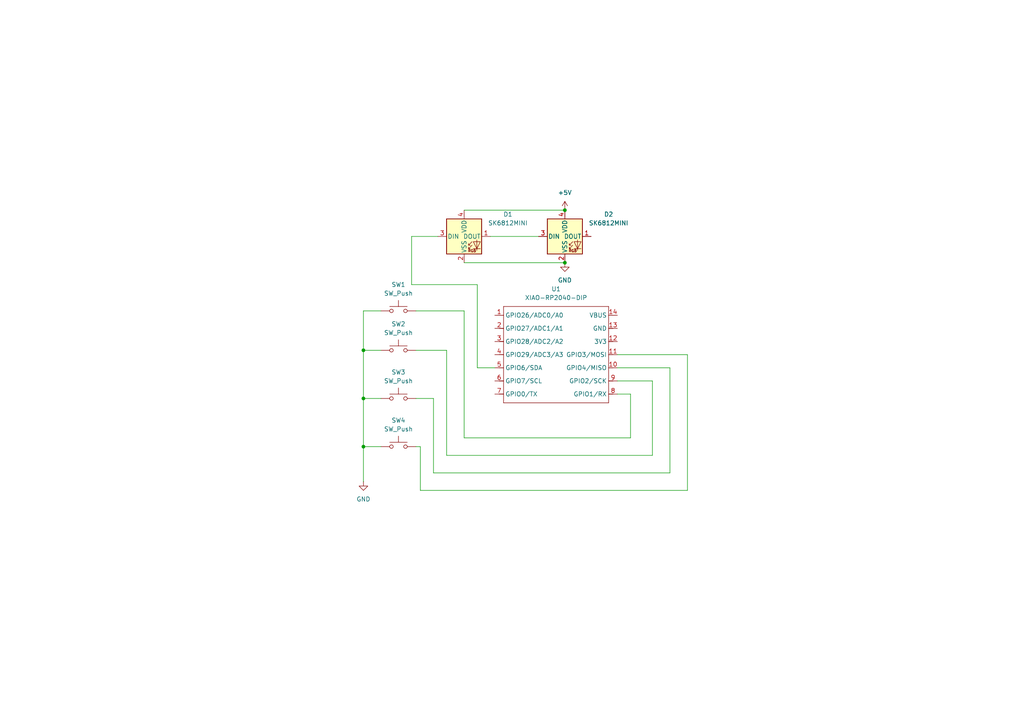
<source format=kicad_sch>
(kicad_sch (version 20250114) (generator "eeschema") (generator_version "9.0")
  (paper "A4")
  (lib_symbols
    (symbol "LED:SK6812MINI" (pin_names (offset 0.254))
      (property "Reference" "D" (at 5.08 5.715 0))
      (property "Value" "SK6812MINI" (at 1.27 -5.715 0))
      (symbol "SK6812MINI_0_0"
        (text "RGB" (at 2.286 -4.191 0) (effects (font (size 0.762 0.762))))
      )
      (symbol "SK6812MINI_0_1"
        (polyline (pts (xy 1.27 -2.54) (xy 1.778 -2.54)))
        (polyline (pts (xy 1.27 -3.556) (xy 1.778 -3.556)))
        (polyline (pts (xy 2.286 -1.524) (xy 1.27 -2.54) (xy 1.27 -2.032)))
        (polyline (pts (xy 2.286 -2.54) (xy 1.27 -3.556) (xy 1.27 -3.048)))
        (polyline (pts (xy 3.683 -1.016) (xy 3.683 -3.556) (xy 3.683 -4.064)))
        (polyline (pts (xy 4.699 -1.524) (xy 2.667 -1.524) (xy 3.683 -3.556) (xy 4.699 -1.524)))
        (polyline (pts (xy 4.699 -3.556) (xy 2.667 -3.556)))
        (rectangle (start 5.08 5.08) (end -5.08 -5.08) (stroke (width 0.254)) (fill (type background)))
      )
      (symbol "SK6812MINI_1_1"
        (pin input line (at -7.62 0 0) (length 2.54) (name "DIN") (number "3"))
        (pin power_in line (at 0 7.62 270) (length 2.54) (name "VDD") (number "4"))
        (pin power_in line (at 0 -7.62 90) (length 2.54) (name "VSS") (number "2"))
        (pin output line (at 7.62 0 180) (length 2.54) (name "DOUT") (number "1"))
      )
    )
    (symbol "OPL_:XIAO-RP2040-DIP"
      (property "Reference" "U" (at 0 0 0))
      (property "Value" "XIAO-RP2040-DIP" (at 5.334 -1.778 0))
      (symbol "XIAO-RP2040-DIP_1_0"
        (polyline (pts (xy -1.27 -2.54) (xy 29.21 -2.54)) (stroke (width 0.1524)))
        (polyline (pts (xy -1.27 -5.08) (xy -2.54 -5.08)) (stroke (width 0.1524)))
        (polyline (pts (xy -1.27 -5.08) (xy -1.27 -2.54)) (stroke (width 0.1524)))
        (polyline (pts (xy -1.27 -8.89) (xy -2.54 -8.89)) (stroke (width 0.1524)))
        (polyline (pts (xy -1.27 -8.89) (xy -1.27 -5.08)) (stroke (width 0.1524)))
        (polyline (pts (xy -1.27 -12.7) (xy -2.54 -12.7)) (stroke (width 0.1524)))
        (polyline (pts (xy -1.27 -12.7) (xy -1.27 -8.89)) (stroke (width 0.1524)))
        (polyline (pts (xy -1.27 -16.51) (xy -2.54 -16.51)) (stroke (width 0.1524)))
        (polyline (pts (xy -1.27 -16.51) (xy -1.27 -12.7)) (stroke (width 0.1524)))
        (polyline (pts (xy -1.27 -20.32) (xy -2.54 -20.32)) (stroke (width 0.1524)))
        (polyline (pts (xy -1.27 -24.13) (xy -2.54 -24.13)) (stroke (width 0.1524)))
        (polyline (pts (xy -1.27 -27.94) (xy -2.54 -27.94)) (stroke (width 0.1524)))
        (polyline (pts (xy -1.27 -30.48) (xy -1.27 -16.51)) (stroke (width 0.1524)))
        (polyline (pts (xy 29.21 -2.54) (xy 29.21 -5.08)) (stroke (width 0.1524)))
        (polyline (pts (xy 29.21 -5.08) (xy 29.21 -8.89)) (stroke (width 0.1524)))
        (polyline (pts (xy 29.21 -8.89) (xy 29.21 -12.7)) (stroke (width 0.1524)))
        (polyline (pts (xy 29.21 -12.7) (xy 29.21 -30.48)) (stroke (width 0.1524)))
        (polyline (pts (xy 29.21 -30.48) (xy -1.27 -30.48)) (stroke (width 0.1524)))
        (polyline (pts (xy 30.48 -5.08) (xy 29.21 -5.08)) (stroke (width 0.1524)))
        (polyline (pts (xy 30.48 -8.89) (xy 29.21 -8.89)) (stroke (width 0.1524)))
        (polyline (pts (xy 30.48 -12.7) (xy 29.21 -12.7)) (stroke (width 0.1524)))
        (polyline (pts (xy 30.48 -16.51) (xy 29.21 -16.51)) (stroke (width 0.1524)))
        (polyline (pts (xy 30.48 -20.32) (xy 29.21 -20.32)) (stroke (width 0.1524)))
        (polyline (pts (xy 30.48 -24.13) (xy 29.21 -24.13)) (stroke (width 0.1524)))
        (polyline (pts (xy 30.48 -27.94) (xy 29.21 -27.94)) (stroke (width 0.1524)))
        (pin passive line (at -3.81 -5.08 0) (length 2.54) (name "GPIO26/ADC0/A0") (number "1"))
        (pin passive line (at -3.81 -8.89 0) (length 2.54) (name "GPIO27/ADC1/A1") (number "2"))
        (pin passive line (at -3.81 -12.7 0) (length 2.54) (name "GPIO28/ADC2/A2") (number "3"))
        (pin passive line (at -3.81 -16.51 0) (length 2.54) (name "GPIO29/ADC3/A3") (number "4"))
        (pin passive line (at -3.81 -20.32 0) (length 2.54) (name "GPIO6/SDA") (number "5"))
        (pin passive line (at -3.81 -24.13 0) (length 2.54) (name "GPIO7/SCL") (number "6"))
        (pin passive line (at -3.81 -27.94 0) (length 2.54) (name "GPIO0/TX") (number "7"))
        (pin passive line (at 31.75 -5.08 180) (length 2.54) (name "VBUS") (number "14"))
        (pin passive line (at 31.75 -8.89 180) (length 2.54) (name "GND") (number "13"))
        (pin passive line (at 31.75 -12.7 180) (length 2.54) (name "3V3") (number "12"))
        (pin passive line (at 31.75 -16.51 180) (length 2.54) (name "GPIO3/MOSI") (number "11"))
        (pin passive line (at 31.75 -20.32 180) (length 2.54) (name "GPIO4/MISO") (number "10"))
        (pin passive line (at 31.75 -24.13 180) (length 2.54) (name "GPIO2/SCK") (number "9"))
        (pin passive line (at 31.75 -27.94 180) (length 2.54) (name "GPIO1/RX") (number "8"))
      )
    )
    (symbol "Switch:SW_Push" (pin_numbers (hide yes)) (pin_names (offset 1.016) (hide yes))
      (property "Reference" "SW" (at 1.27 2.54 0))
      (property "Value" "SW_Push" (at 0 -1.524 0))
      (symbol "SW_Push_0_1"
        (circle (center -2.032 0) (radius 0.508))
        (polyline (pts (xy 0 1.27) (xy 0 3.048)))
        (circle (center 2.032 0) (radius 0.508))
        (polyline (pts (xy 2.54 1.27) (xy -2.54 1.27)))
        (pin passive line (at -5.08 0 0) (length 2.54) (name "1") (number "1"))
        (pin passive line (at 5.08 0 180) (length 2.54) (name "2") (number "2"))
      )
    )
    (symbol "power:+5V" (power) (pin_numbers (hide yes)) (pin_names (offset 0) (hide yes))
      (property "Value" "+5V" (at 0 3.556 0))
      (symbol "+5V_0_1"
        (polyline (pts (xy -0.762 1.27) (xy 0 2.54)))
        (polyline (pts (xy 0 2.54) (xy 0.762 1.27)))
        (polyline (pts (xy 0 0) (xy 0 2.54)))
      )
      (symbol "+5V_1_1"
        (pin power_in line (at 0 0 90) (length 0) (name "~") (number "1"))
      )
    )
    (symbol "power:GND" (power) (pin_numbers (hide yes)) (pin_names (offset 0) (hide yes))
      (property "Value" "GND" (at 0 -3.81 0))
      (symbol "GND_0_1"
        (polyline (pts (xy 0 0) (xy 0 -1.27) (xy 1.27 -1.27) (xy 0 -2.54) (xy -1.27 -1.27) (xy 0 -1.27)))
      )
      (symbol "GND_1_1"
        (pin power_in line (at 0 0 270) (length 0) (name "~") (number "1"))
      )
    )
  )
  (junction (at 105.41 101.6))
  (junction (at 105.41 115.57))
  (junction (at 163.83 76.2))
  (junction (at 105.41 129.54))
  (junction (at 163.83 60.96))
  (wire (pts (xy 105.41 90.17) (xy 105.41 101.6)))
  (wire (pts (xy 134.62 127) (xy 134.62 90.17)))
  (wire (pts (xy 194.31 106.68) (xy 194.31 137.16)))
  (wire (pts (xy 138.43 106.68) (xy 138.43 82.55)))
  (wire (pts (xy 134.62 60.96) (xy 163.83 60.96)))
  (wire (pts (xy 138.43 82.55) (xy 119.38 82.55)))
  (wire (pts (xy 129.54 101.6) (xy 120.65 101.6)))
  (wire (pts (xy 199.39 142.24) (xy 121.92 142.24)))
  (wire (pts (xy 121.92 142.24) (xy 121.92 129.54)))
  (wire (pts (xy 105.41 129.54) (xy 110.49 129.54)))
  (wire (pts (xy 105.41 101.6) (xy 105.41 115.57)))
  (wire (pts (xy 105.41 101.6) (xy 110.49 101.6)))
  (wire (pts (xy 105.41 115.57) (xy 110.49 115.57)))
  (wire (pts (xy 143.51 106.68) (xy 138.43 106.68)))
  (wire (pts (xy 134.62 90.17) (xy 120.65 90.17)))
  (wire (pts (xy 142.24 68.58) (xy 156.21 68.58)))
  (wire (pts (xy 105.41 129.54) (xy 105.41 139.7)))
  (wire (pts (xy 125.73 137.16) (xy 125.73 115.57)))
  (wire (pts (xy 125.73 115.57) (xy 120.65 115.57)))
  (wire (pts (xy 179.07 106.68) (xy 194.31 106.68)))
  (wire (pts (xy 134.62 76.2) (xy 163.83 76.2)))
  (wire (pts (xy 189.23 110.49) (xy 189.23 132.08)))
  (wire (pts (xy 179.07 102.87) (xy 199.39 102.87)))
  (wire (pts (xy 189.23 132.08) (xy 129.54 132.08)))
  (wire (pts (xy 105.41 115.57) (xy 105.41 129.54)))
  (wire (pts (xy 182.88 127) (xy 134.62 127)))
  (wire (pts (xy 179.07 110.49) (xy 189.23 110.49)))
  (wire (pts (xy 120.65 129.54) (xy 121.92 129.54)))
  (wire (pts (xy 119.38 82.55) (xy 119.38 68.58)))
  (wire (pts (xy 119.38 68.58) (xy 127 68.58)))
  (wire (pts (xy 179.07 114.3) (xy 182.88 114.3)))
  (wire (pts (xy 199.39 102.87) (xy 199.39 142.24)))
  (wire (pts (xy 182.88 114.3) (xy 182.88 127)))
  (wire (pts (xy 129.54 132.08) (xy 129.54 101.6)))
  (wire (pts (xy 110.49 90.17) (xy 105.41 90.17)))
  (wire (pts (xy 194.31 137.16) (xy 125.73 137.16)))
  (symbol (lib_id "Switch:SW_Push") (at 115.57 129.54 0) (unit 1)
    (property "Reference" "SW4" (at 115.57 121.92 0))
    (property "Value" "SW_Push" (at 115.57 124.46 0))
    (property "Footprint" "Button_Switch_Keyboard:SW_Cherry_MX_1.00u_PCB" (effects (hide yes)))
    (property "Description" "Push button switch, generic, two pins" (effects (hide yes)))
  )
  (symbol (lib_id "LED:SK6812MINI") (at 134.62 68.58 0) (unit 1)
    (property "Reference" "D1" (at 147.32 62.1598 0))
    (property "Value" "SK6812MINI" (at 147.32 64.6998 0))
    (property "Footprint" "LED_SMD:LED_SK6812MINI_PLCC4_3.5x3.5mm_P1.75mm" (effects (hide yes)))
    (property "Datasheet" "https://cdn-shop.adafruit.com/product-files/2686/SK6812MINI_REV.01-1-2.pdf" (effects (hide yes)))
    (property "Description" "RGB LED with integrated controller" (effects (hide yes)))
  )
  (symbol (lib_id "Switch:SW_Push") (at 115.57 101.6 0) (unit 1)
    (property "Reference" "SW2" (at 115.57 93.98 0))
    (property "Value" "SW_Push" (at 115.57 96.52 0))
    (property "Footprint" "Button_Switch_Keyboard:SW_Cherry_MX_1.00u_PCB" (effects (hide yes)))
    (property "Description" "Push button switch, generic, two pins" (effects (hide yes)))
  )
  (symbol (lib_id "OPL_:XIAO-RP2040-DIP") (at 147.32 86.36 0) (unit 1)
    (property "Reference" "U1" (at 161.29 83.82 0))
    (property "Value" "XIAO-RP2040-DIP" (at 161.29 86.36 0))
    (property "Footprint" "OPL_:XIAO-RP2040-DIP" (effects (hide yes)))
  )
  (symbol (lib_id "power:GND") (at 105.41 139.7 0) (unit 1)
    (property "Reference" "#PWR01" (effects (hide yes)))
    (property "Value" "GND" (at 105.41 144.78 0))
    (property "Description" "Power symbol creates a global label with name \"GND\" , ground" (effects (hide yes)))
  )
  (symbol (lib_id "LED:SK6812MINI") (at 163.83 68.58 0) (unit 1)
    (property "Reference" "D2" (at 176.53 62.1598 0))
    (property "Value" "SK6812MINI" (at 176.53 64.6998 0))
    (property "Footprint" "LED_SMD:LED_SK6812MINI_PLCC4_3.5x3.5mm_P1.75mm" (effects (hide yes)))
    (property "Datasheet" "https://cdn-shop.adafruit.com/product-files/2686/SK6812MINI_REV.01-1-2.pdf" (effects (hide yes)))
    (property "Description" "RGB LED with integrated controller" (effects (hide yes)))
  )
  (symbol (lib_id "Switch:SW_Push") (at 115.57 90.17 0) (unit 1)
    (property "Reference" "SW1" (at 115.57 82.55 0))
    (property "Value" "SW_Push" (at 115.57 85.09 0))
    (property "Footprint" "Button_Switch_Keyboard:SW_Cherry_MX_1.00u_PCB" (effects (hide yes)))
    (property "Description" "Push button switch, generic, two pins" (effects (hide yes)))
  )
  (symbol (lib_id "power:+5V") (at 163.83 60.96 0) (unit 1)
    (property "Reference" "#PWR02" (effects (hide yes)))
    (property "Value" "+5V" (at 163.83 55.88 0))
    (property "Description" "Power symbol creates a global label with name \"+5V\"" (effects (hide yes)))
  )
  (symbol (lib_id "power:GND") (at 163.83 76.2 0) (unit 1)
    (property "Reference" "#PWR03" (effects (hide yes)))
    (property "Value" "GND" (at 163.83 81.28 0))
    (property "Description" "Power symbol creates a global label with name \"GND\" , ground" (effects (hide yes)))
  )
  (symbol (lib_id "Switch:SW_Push") (at 115.57 115.57 0) (unit 1)
    (property "Reference" "SW3" (at 115.57 107.95 0))
    (property "Value" "SW_Push" (at 115.57 110.49 0))
    (property "Footprint" "Button_Switch_Keyboard:SW_Cherry_MX_1.00u_PCB" (effects (hide yes)))
    (property "Description" "Push button switch, generic, two pins" (effects (hide yes)))
  )
)
</source>
